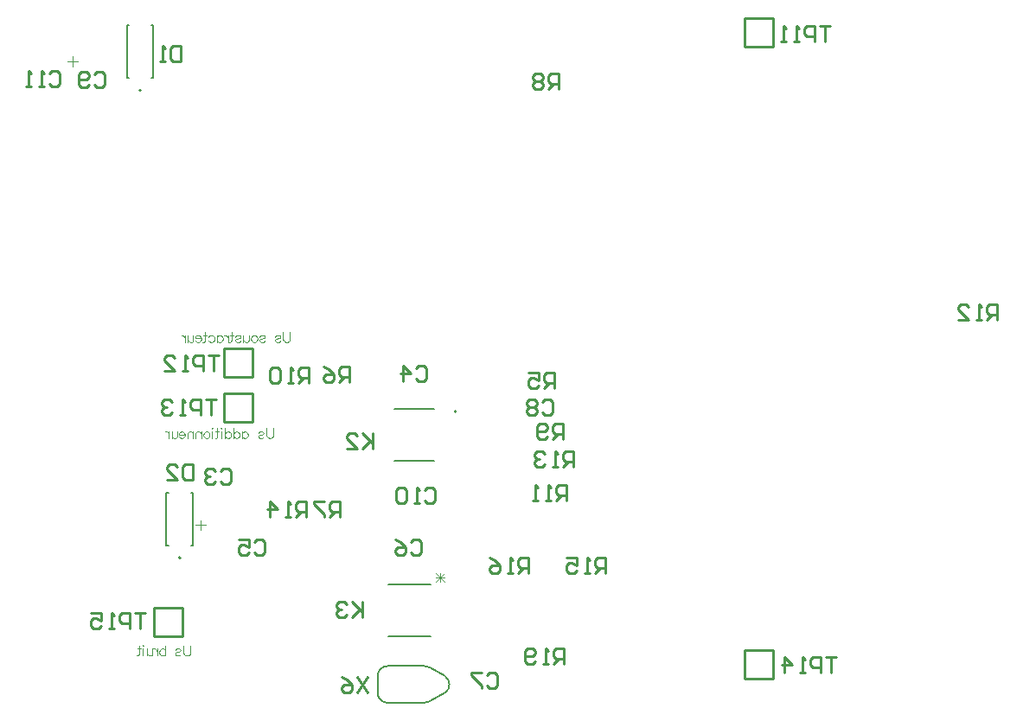
<source format=gbr>
G04*
G04 #@! TF.GenerationSoftware,Altium Limited,Altium Designer,24.1.2 (44)*
G04*
G04 Layer_Color=10151133*
%FSLAX44Y44*%
%MOMM*%
G71*
G04*
G04 #@! TF.SameCoordinates,C4B2C0E0-4E9B-487C-9046-04FF2B3DFFC7*
G04*
G04*
G04 #@! TF.FilePolarity,Positive*
G04*
G01*
G75*
%ADD10C,0.2000*%
%ADD11C,0.1270*%
%ADD13C,0.1000*%
%ADD15C,0.2500*%
%ADD18C,0.2540*%
%ADD66C,0.1524*%
%ADD67C,0.0762*%
D10*
X288500Y652000D02*
G03*
X288500Y652000I-1000J0D01*
G01*
X327250Y194000D02*
G03*
X327250Y194000I-1000J0D01*
G01*
X597088Y337291D02*
G03*
X597088Y337291I-1000J0D01*
G01*
X530000Y88000D02*
G03*
X520000Y78000I0J-10000D01*
G01*
X566000Y52000D02*
G03*
X571300Y53520I0J10000D01*
G01*
Y86480D02*
G03*
X566000Y88000I-5300J-8480D01*
G01*
X586113Y61837D02*
G03*
X586111Y78160I-5671J8161D01*
G01*
X520000Y62000D02*
G03*
X530000Y52000I10000J0D01*
G01*
X571300Y53520D02*
X586111Y61840D01*
X530000Y88000D02*
X566000D01*
X571300Y86480D02*
X586111Y78160D01*
X530000Y52000D02*
X566000Y52000D01*
X520000Y62000D02*
Y78000D01*
D11*
X298450Y715975D02*
X300525D01*
X274475D02*
X276550D01*
X298450Y664025D02*
X300525D01*
X274475D02*
X276550D01*
X300525D02*
Y715975D01*
X274475Y664025D02*
Y715975D01*
X337200Y257975D02*
X339275D01*
X313225D02*
X315300D01*
X337200Y206025D02*
X339275D01*
X313225D02*
X315300D01*
X339275D02*
Y257975D01*
X313225Y206025D02*
Y257975D01*
X536188Y288992D02*
X575188D01*
X536188Y339492D02*
X575188D01*
D13*
X221750Y675250D02*
Y685250D01*
X216750Y680250D02*
X226750D01*
X346500Y221000D02*
Y231000D01*
X341500Y226000D02*
X351500D01*
X336750Y108248D02*
Y101107D01*
X336274Y99678D01*
X335322Y98726D01*
X333893Y98250D01*
X332941D01*
X331513Y98726D01*
X330561Y99678D01*
X330085Y101107D01*
Y108248D01*
X322086Y103487D02*
X322562Y104439D01*
X323991Y104915D01*
X325419D01*
X326847Y104439D01*
X327323Y103487D01*
X326847Y102535D01*
X325895Y102059D01*
X323515Y101583D01*
X322562Y101107D01*
X322086Y100154D01*
Y99678D01*
X322562Y98726D01*
X323991Y98250D01*
X325419D01*
X326847Y98726D01*
X327323Y99678D01*
X312136Y108248D02*
Y98250D01*
Y103487D02*
X311184Y104439D01*
X310232Y104915D01*
X308804D01*
X307851Y104439D01*
X306899Y103487D01*
X306423Y102059D01*
Y101107D01*
X306899Y99678D01*
X307851Y98726D01*
X308804Y98250D01*
X310232D01*
X311184Y98726D01*
X312136Y99678D01*
X304281Y104915D02*
Y98250D01*
Y102059D02*
X303805Y103487D01*
X302852Y104439D01*
X301900Y104915D01*
X300472D01*
X299568D02*
Y100154D01*
X299091Y98726D01*
X298139Y98250D01*
X296711D01*
X295759Y98726D01*
X294331Y100154D01*
Y104915D02*
Y98250D01*
X290760Y108248D02*
X290284Y107772D01*
X289808Y108248D01*
X290284Y108724D01*
X290760Y108248D01*
X290284Y104915D02*
Y98250D01*
X286618Y108248D02*
Y100154D01*
X286142Y98726D01*
X285190Y98250D01*
X284237D01*
X288046Y104915D02*
X284713D01*
X418000Y320998D02*
Y313857D01*
X417524Y312428D01*
X416572Y311476D01*
X415144Y311000D01*
X414191D01*
X412763Y311476D01*
X411811Y312428D01*
X411335Y313857D01*
Y320998D01*
X403336Y316237D02*
X403813Y317189D01*
X405241Y317665D01*
X406669D01*
X408097Y317189D01*
X408573Y316237D01*
X408097Y315285D01*
X407145Y314809D01*
X404765Y314333D01*
X403813Y313857D01*
X403336Y312904D01*
Y312428D01*
X403813Y311476D01*
X405241Y311000D01*
X406669D01*
X408097Y311476D01*
X408573Y312428D01*
X387673Y317665D02*
Y311000D01*
Y316237D02*
X388625Y317189D01*
X389577Y317665D01*
X391006D01*
X391958Y317189D01*
X392910Y316237D01*
X393386Y314809D01*
Y313857D01*
X392910Y312428D01*
X391958Y311476D01*
X391006Y311000D01*
X389577D01*
X388625Y311476D01*
X387673Y312428D01*
X379294Y320998D02*
Y311000D01*
Y316237D02*
X380246Y317189D01*
X381198Y317665D01*
X382627D01*
X383579Y317189D01*
X384531Y316237D01*
X385007Y314809D01*
Y313857D01*
X384531Y312428D01*
X383579Y311476D01*
X382627Y311000D01*
X381198D01*
X380246Y311476D01*
X379294Y312428D01*
X370915Y320998D02*
Y311000D01*
Y316237D02*
X371867Y317189D01*
X372819Y317665D01*
X374248D01*
X375200Y317189D01*
X376152Y316237D01*
X376628Y314809D01*
Y313857D01*
X376152Y312428D01*
X375200Y311476D01*
X374248Y311000D01*
X372819D01*
X371867Y311476D01*
X370915Y312428D01*
X367297Y320998D02*
X366820Y320522D01*
X366344Y320998D01*
X366820Y321474D01*
X367297Y320998D01*
X366820Y317665D02*
Y311000D01*
X363155Y320998D02*
Y312904D01*
X362678Y311476D01*
X361726Y311000D01*
X360774D01*
X364583Y317665D02*
X361250D01*
X358394Y320998D02*
X357918Y320522D01*
X357442Y320998D01*
X357918Y321474D01*
X358394Y320998D01*
X357918Y317665D02*
Y311000D01*
X353300Y317665D02*
X354252Y317189D01*
X355204Y316237D01*
X355680Y314809D01*
Y313857D01*
X355204Y312428D01*
X354252Y311476D01*
X353300Y311000D01*
X351871D01*
X350919Y311476D01*
X349967Y312428D01*
X349491Y313857D01*
Y314809D01*
X349967Y316237D01*
X350919Y317189D01*
X351871Y317665D01*
X353300D01*
X347301D02*
Y311000D01*
Y315761D02*
X345873Y317189D01*
X344920Y317665D01*
X343492D01*
X342540Y317189D01*
X342064Y315761D01*
Y311000D01*
X339445Y317665D02*
Y311000D01*
Y315761D02*
X338017Y317189D01*
X337065Y317665D01*
X335637D01*
X334684Y317189D01*
X334208Y315761D01*
Y311000D01*
X331590Y314809D02*
X325877D01*
Y315761D01*
X326353Y316713D01*
X326829Y317189D01*
X327781Y317665D01*
X329210D01*
X330162Y317189D01*
X331114Y316237D01*
X331590Y314809D01*
Y313857D01*
X331114Y312428D01*
X330162Y311476D01*
X329210Y311000D01*
X327781D01*
X326829Y311476D01*
X325877Y312428D01*
X323735Y317665D02*
Y312904D01*
X323258Y311476D01*
X322306Y311000D01*
X320878D01*
X319926Y311476D01*
X318498Y312904D01*
Y317665D02*
Y311000D01*
X315879Y317665D02*
Y311000D01*
Y314809D02*
X315403Y316237D01*
X314451Y317189D01*
X313499Y317665D01*
X312070D01*
X434250Y415248D02*
Y408106D01*
X433774Y406678D01*
X432822Y405726D01*
X431394Y405250D01*
X430441D01*
X429013Y405726D01*
X428061Y406678D01*
X427585Y408106D01*
Y415248D01*
X419586Y410487D02*
X420063Y411439D01*
X421491Y411915D01*
X422919D01*
X424347Y411439D01*
X424823Y410487D01*
X424347Y409535D01*
X423395Y409059D01*
X421015Y408583D01*
X420063Y408106D01*
X419586Y407154D01*
Y406678D01*
X420063Y405726D01*
X421491Y405250D01*
X422919D01*
X424347Y405726D01*
X424823Y406678D01*
X404399Y410487D02*
X404875Y411439D01*
X406304Y411915D01*
X407732D01*
X409160Y411439D01*
X409636Y410487D01*
X409160Y409535D01*
X408208Y409059D01*
X405827Y408583D01*
X404875Y408106D01*
X404399Y407154D01*
Y406678D01*
X404875Y405726D01*
X406304Y405250D01*
X407732D01*
X409160Y405726D01*
X409636Y406678D01*
X399924Y411915D02*
X400876Y411439D01*
X401828Y410487D01*
X402304Y409059D01*
Y408106D01*
X401828Y406678D01*
X400876Y405726D01*
X399924Y405250D01*
X398496D01*
X397544Y405726D01*
X396591Y406678D01*
X396115Y408106D01*
Y409059D01*
X396591Y410487D01*
X397544Y411439D01*
X398496Y411915D01*
X399924D01*
X393925D02*
Y407154D01*
X393449Y405726D01*
X392497Y405250D01*
X391069D01*
X390117Y405726D01*
X388688Y407154D01*
Y411915D02*
Y405250D01*
X380833Y410487D02*
X381309Y411439D01*
X382737Y411915D01*
X384165D01*
X385594Y411439D01*
X386070Y410487D01*
X385594Y409535D01*
X384642Y409059D01*
X382261Y408583D01*
X381309Y408106D01*
X380833Y407154D01*
Y406678D01*
X381309Y405726D01*
X382737Y405250D01*
X384165D01*
X385594Y405726D01*
X386070Y406678D01*
X377310Y415248D02*
Y407154D01*
X376834Y405726D01*
X375882Y405250D01*
X374929D01*
X378738Y411915D02*
X375406D01*
X373501D02*
Y405250D01*
Y409059D02*
X373025Y410487D01*
X372073Y411439D01*
X371121Y411915D01*
X369692D01*
X363075D02*
Y405250D01*
Y410487D02*
X364027Y411439D01*
X364979Y411915D01*
X366407D01*
X367360Y411439D01*
X368312Y410487D01*
X368788Y409059D01*
Y408106D01*
X368312Y406678D01*
X367360Y405726D01*
X366407Y405250D01*
X364979D01*
X364027Y405726D01*
X363075Y406678D01*
X354696Y410487D02*
X355648Y411439D01*
X356600Y411915D01*
X358028D01*
X358980Y411439D01*
X359933Y410487D01*
X360409Y409059D01*
Y408106D01*
X359933Y406678D01*
X358980Y405726D01*
X358028Y405250D01*
X356600D01*
X355648Y405726D01*
X354696Y406678D01*
X351125Y415248D02*
Y407154D01*
X350649Y405726D01*
X349697Y405250D01*
X348745D01*
X352553Y411915D02*
X349221D01*
X347316Y409059D02*
X341603D01*
Y410011D01*
X342079Y410963D01*
X342555Y411439D01*
X343508Y411915D01*
X344936D01*
X345888Y411439D01*
X346840Y410487D01*
X347316Y409059D01*
Y408106D01*
X346840Y406678D01*
X345888Y405726D01*
X344936Y405250D01*
X343508D01*
X342555Y405726D01*
X341603Y406678D01*
X339461Y411915D02*
Y407154D01*
X338985Y405726D01*
X338032Y405250D01*
X336604D01*
X335652Y405726D01*
X334224Y407154D01*
Y411915D02*
Y405250D01*
X331605Y411915D02*
Y405250D01*
Y409059D02*
X331129Y410487D01*
X330177Y411439D01*
X329225Y411915D01*
X327797D01*
D15*
X907225Y77475D02*
Y103475D01*
X879225D02*
X907225D01*
X879225Y75475D02*
Y103475D01*
Y75475D02*
X907225D01*
Y78475D01*
X328750Y117000D02*
Y120000D01*
X300750Y117000D02*
X328750D01*
X300750D02*
Y145000D01*
X328750D01*
Y119000D02*
Y145000D01*
X397500Y327000D02*
Y330000D01*
X369500Y327000D02*
X397500D01*
X369500D02*
Y355000D01*
X397500D01*
Y329000D02*
Y355000D01*
Y371000D02*
Y374000D01*
X369500Y371000D02*
X397500D01*
X369500D02*
Y399000D01*
X397500D01*
Y373000D02*
Y399000D01*
X904500Y722275D02*
X907500D01*
Y694275D02*
Y722275D01*
X879500Y694275D02*
X907500D01*
X879500D02*
Y722275D01*
X905500D01*
D18*
X969411Y97093D02*
X959255D01*
X964333D01*
Y81858D01*
X954176D02*
Y97093D01*
X946559D01*
X944020Y94553D01*
Y89475D01*
X946559Y86936D01*
X954176D01*
X938941Y81858D02*
X933863D01*
X936402D01*
Y97093D01*
X938941Y94553D01*
X918628Y81858D02*
Y97093D01*
X926245Y89475D01*
X916089D01*
X292911Y139605D02*
X282755D01*
X287833D01*
Y124370D01*
X277676D02*
Y139605D01*
X270059D01*
X267520Y137066D01*
Y131987D01*
X270059Y129448D01*
X277676D01*
X262441Y124370D02*
X257363D01*
X259902D01*
Y139605D01*
X262441Y137066D01*
X239589Y139605D02*
X249745D01*
Y131987D01*
X244667Y134527D01*
X242128D01*
X239589Y131987D01*
Y126909D01*
X242128Y124370D01*
X247206D01*
X249745Y126909D01*
X362411Y348867D02*
X352255D01*
X357333D01*
Y333633D01*
X347176D02*
Y348867D01*
X339559D01*
X337020Y346328D01*
Y341250D01*
X339559Y338711D01*
X347176D01*
X331941Y333633D02*
X326863D01*
X329402D01*
Y348867D01*
X331941Y346328D01*
X319245D02*
X316706Y348867D01*
X311628D01*
X309089Y346328D01*
Y343789D01*
X311628Y341250D01*
X314167D01*
X311628D01*
X309089Y338711D01*
Y336172D01*
X311628Y333633D01*
X316706D01*
X319245Y336172D01*
X364411Y392617D02*
X354255D01*
X359333D01*
Y377383D01*
X349176D02*
Y392617D01*
X341559D01*
X339020Y390078D01*
Y385000D01*
X341559Y382461D01*
X349176D01*
X333941Y377383D02*
X328863D01*
X331402D01*
Y392617D01*
X333941Y390078D01*
X311089Y377383D02*
X321245D01*
X311089Y387539D01*
Y390078D01*
X313628Y392617D01*
X318706D01*
X321245Y390078D01*
X962872Y715117D02*
X952715D01*
X957794D01*
Y699883D01*
X947637D02*
Y715117D01*
X940020D01*
X937480Y712578D01*
Y707500D01*
X940020Y704961D01*
X947637D01*
X932402Y699883D02*
X927324D01*
X929863D01*
Y715117D01*
X932402Y712578D01*
X919706Y699883D02*
X914628D01*
X917167D01*
Y715117D01*
X919706Y712578D01*
X681289Y346345D02*
X683828Y348884D01*
X688907D01*
X691446Y346345D01*
Y336188D01*
X688907Y333649D01*
X683828D01*
X681289Y336188D01*
X676211Y346345D02*
X673672Y348884D01*
X668593D01*
X666054Y346345D01*
Y343806D01*
X668593Y341267D01*
X666054Y338727D01*
Y336188D01*
X668593Y333649D01*
X673672D01*
X676211Y336188D01*
Y338727D01*
X673672Y341267D01*
X676211Y343806D01*
Y346345D01*
X673672Y341267D02*
X668593D01*
X338946Y285368D02*
Y270133D01*
X331328D01*
X328789Y272672D01*
Y282828D01*
X331328Y285368D01*
X338946D01*
X313554Y270133D02*
X323711D01*
X313554Y280289D01*
Y282828D01*
X316093Y285368D01*
X321172D01*
X323711Y282828D01*
X327657Y695117D02*
Y679883D01*
X320039D01*
X317500Y682422D01*
Y692578D01*
X320039Y695117D01*
X327657D01*
X312422Y679883D02*
X307343D01*
X309882D01*
Y695117D01*
X312422Y692578D01*
X510196Y77618D02*
X500039Y62382D01*
Y77618D02*
X510196Y62382D01*
X484804Y77618D02*
X489883Y75078D01*
X494961Y70000D01*
Y64922D01*
X492422Y62382D01*
X487343D01*
X484804Y64922D01*
Y67461D01*
X487343Y70000D01*
X494961D01*
X702294Y89882D02*
Y105118D01*
X694676D01*
X692137Y102578D01*
Y97500D01*
X694676Y94961D01*
X702294D01*
X697215D02*
X692137Y89882D01*
X687059D02*
X681980D01*
X684520D01*
Y105118D01*
X687059Y102578D01*
X674363Y92422D02*
X671824Y89882D01*
X666745D01*
X664206Y92422D01*
Y102578D01*
X666745Y105118D01*
X671824D01*
X674363Y102578D01*
Y100039D01*
X671824Y97500D01*
X664206D01*
X399289Y209828D02*
X401828Y212367D01*
X406907D01*
X409446Y209828D01*
Y199672D01*
X406907Y197132D01*
X401828D01*
X399289Y199672D01*
X384054Y212367D02*
X394211D01*
Y204750D01*
X389132Y207289D01*
X386593D01*
X384054Y204750D01*
Y199672D01*
X386593Y197132D01*
X391672D01*
X394211Y199672D01*
X366289Y278578D02*
X368828Y281117D01*
X373907D01*
X376446Y278578D01*
Y268422D01*
X373907Y265882D01*
X368828D01*
X366289Y268422D01*
X361211Y278578D02*
X358672Y281117D01*
X353593D01*
X351054Y278578D01*
Y276039D01*
X353593Y273500D01*
X356133D01*
X353593D01*
X351054Y270961D01*
Y268422D01*
X353593Y265882D01*
X358672D01*
X361211Y268422D01*
X667544Y178883D02*
Y194118D01*
X659926D01*
X657387Y191578D01*
Y186500D01*
X659926Y183961D01*
X667544D01*
X662466D02*
X657387Y178883D01*
X652309D02*
X647230D01*
X649770D01*
Y194118D01*
X652309Y191578D01*
X629456Y194118D02*
X634534Y191578D01*
X639613Y186500D01*
Y181422D01*
X637074Y178883D01*
X631995D01*
X629456Y181422D01*
Y183961D01*
X631995Y186500D01*
X639613D01*
X742794Y179132D02*
Y194368D01*
X735176D01*
X732637Y191828D01*
Y186750D01*
X735176Y184211D01*
X742794D01*
X737716D02*
X732637Y179132D01*
X727559D02*
X722480D01*
X725020D01*
Y194368D01*
X727559Y191828D01*
X704706Y194368D02*
X714863D01*
Y186750D01*
X709784Y189289D01*
X707245D01*
X704706Y186750D01*
Y181672D01*
X707245Y179132D01*
X712324D01*
X714863Y181672D01*
X449794Y234132D02*
Y249368D01*
X442176D01*
X439637Y246828D01*
Y241750D01*
X442176Y239211D01*
X449794D01*
X444715D02*
X439637Y234132D01*
X434559D02*
X429480D01*
X432020D01*
Y249368D01*
X434559Y246828D01*
X414245Y234132D02*
Y249368D01*
X421863Y241750D01*
X411706D01*
X711544Y283132D02*
Y298368D01*
X703926D01*
X701387Y295828D01*
Y290750D01*
X703926Y288211D01*
X711544D01*
X706466D02*
X701387Y283132D01*
X696309D02*
X691230D01*
X693770D01*
Y298368D01*
X696309Y295828D01*
X683613D02*
X681074Y298368D01*
X675995D01*
X673456Y295828D01*
Y293289D01*
X675995Y290750D01*
X678534D01*
X675995D01*
X673456Y288211D01*
Y285672D01*
X675995Y283132D01*
X681074D01*
X683613Y285672D01*
X1126794Y426883D02*
Y442118D01*
X1119176D01*
X1116637Y439578D01*
Y434500D01*
X1119176Y431961D01*
X1126794D01*
X1121715D02*
X1116637Y426883D01*
X1111559D02*
X1106480D01*
X1109020D01*
Y442118D01*
X1111559Y439578D01*
X1088706Y426883D02*
X1098863D01*
X1088706Y437039D01*
Y439578D01*
X1091245Y442118D01*
X1096324D01*
X1098863Y439578D01*
X704815Y250382D02*
Y265618D01*
X697198D01*
X694659Y263078D01*
Y258000D01*
X697198Y255461D01*
X704815D01*
X699737D02*
X694659Y250382D01*
X689580D02*
X684502D01*
X687041D01*
Y265618D01*
X689580Y263078D01*
X676884Y250382D02*
X671806D01*
X674345D01*
Y265618D01*
X676884Y263078D01*
X452794Y365382D02*
Y380617D01*
X445176D01*
X442637Y378078D01*
Y373000D01*
X445176Y370461D01*
X452794D01*
X447715D02*
X442637Y365382D01*
X437559D02*
X432480D01*
X435020D01*
Y380617D01*
X437559Y378078D01*
X424863D02*
X422324Y380617D01*
X417245D01*
X414706Y378078D01*
Y367922D01*
X417245Y365382D01*
X422324D01*
X424863Y367922D01*
Y378078D01*
X701196Y309883D02*
Y325117D01*
X693578D01*
X691039Y322578D01*
Y317500D01*
X693578Y314961D01*
X701196D01*
X696117D02*
X691039Y309883D01*
X685961Y312422D02*
X683422Y309883D01*
X678343D01*
X675804Y312422D01*
Y322578D01*
X678343Y325117D01*
X683422D01*
X685961Y322578D01*
Y320039D01*
X683422Y317500D01*
X675804D01*
X696946Y652883D02*
Y668118D01*
X689328D01*
X686789Y665578D01*
Y660500D01*
X689328Y657961D01*
X696946D01*
X691868D02*
X686789Y652883D01*
X681711Y665578D02*
X679172Y668118D01*
X674093D01*
X671554Y665578D01*
Y663039D01*
X674093Y660500D01*
X671554Y657961D01*
Y655422D01*
X674093Y652883D01*
X679172D01*
X681711Y655422D01*
Y657961D01*
X679172Y660500D01*
X681711Y663039D01*
Y665578D01*
X679172Y660500D02*
X674093D01*
X483196Y234132D02*
Y249368D01*
X475578D01*
X473039Y246828D01*
Y241750D01*
X475578Y239211D01*
X483196D01*
X478117D02*
X473039Y234132D01*
X467961Y249368D02*
X457804D01*
Y246828D01*
X467961Y236672D01*
Y234132D01*
X492696Y366133D02*
Y381367D01*
X485078D01*
X482539Y378828D01*
Y373750D01*
X485078Y371211D01*
X492696D01*
X487617D02*
X482539Y366133D01*
X467304Y381367D02*
X472383Y378828D01*
X477461Y373750D01*
Y368672D01*
X474922Y366133D01*
X469843D01*
X467304Y368672D01*
Y371211D01*
X469843Y373750D01*
X477461D01*
X693196Y360382D02*
Y375617D01*
X685578D01*
X683039Y373078D01*
Y368000D01*
X685578Y365461D01*
X693196D01*
X688118D02*
X683039Y360382D01*
X667804Y375617D02*
X677961D01*
Y368000D01*
X672883Y370539D01*
X670343D01*
X667804Y368000D01*
Y362922D01*
X670343Y360382D01*
X675422D01*
X677961Y362922D01*
X504946Y151117D02*
Y135883D01*
Y140961D01*
X494789Y151117D01*
X502407Y143500D01*
X494789Y135883D01*
X489711Y148578D02*
X487172Y151117D01*
X482093D01*
X479554Y148578D01*
Y146039D01*
X482093Y143500D01*
X484632D01*
X482093D01*
X479554Y140961D01*
Y138422D01*
X482093Y135883D01*
X487172D01*
X489711Y138422D01*
X514946Y316117D02*
Y300882D01*
Y305961D01*
X504789Y316117D01*
X512407Y308500D01*
X504789Y300882D01*
X489554D02*
X499711D01*
X489554Y311039D01*
Y313578D01*
X492093Y316117D01*
X497172D01*
X499711Y313578D01*
X627289Y79328D02*
X629828Y81868D01*
X634907D01*
X637446Y79328D01*
Y69172D01*
X634907Y66632D01*
X629828D01*
X627289Y69172D01*
X622211Y81868D02*
X612054D01*
Y79328D01*
X622211Y69172D01*
Y66632D01*
X552789Y209828D02*
X555328Y212367D01*
X560407D01*
X562946Y209828D01*
Y199672D01*
X560407Y197132D01*
X555328D01*
X552789Y199672D01*
X537554Y212367D02*
X542632Y209828D01*
X547711Y204750D01*
Y199672D01*
X545172Y197132D01*
X540093D01*
X537554Y199672D01*
Y202211D01*
X540093Y204750D01*
X547711D01*
X557289Y379578D02*
X559828Y382118D01*
X564907D01*
X567446Y379578D01*
Y369422D01*
X564907Y366883D01*
X559828D01*
X557289Y369422D01*
X544593Y366883D02*
Y382118D01*
X552211Y374500D01*
X542054D01*
X565887Y260078D02*
X568426Y262617D01*
X573505D01*
X576044Y260078D01*
Y249922D01*
X573505Y247383D01*
X568426D01*
X565887Y249922D01*
X560809Y247383D02*
X555730D01*
X558270D01*
Y262617D01*
X560809Y260078D01*
X548113D02*
X545574Y262617D01*
X540495D01*
X537956Y260078D01*
Y249922D01*
X540495Y247383D01*
X545574D01*
X548113Y249922D01*
Y260078D01*
X198348Y668578D02*
X200887Y671117D01*
X205965D01*
X208505Y668578D01*
Y658422D01*
X205965Y655882D01*
X200887D01*
X198348Y658422D01*
X193270Y655882D02*
X188191D01*
X190730D01*
Y671117D01*
X193270Y668578D01*
X180574Y655882D02*
X175495D01*
X178034D01*
Y671117D01*
X180574Y668578D01*
X243039Y667328D02*
X245578Y669867D01*
X250657D01*
X253196Y667328D01*
Y657172D01*
X250657Y654632D01*
X245578D01*
X243039Y657172D01*
X237961D02*
X235422Y654632D01*
X230343D01*
X227804Y657172D01*
Y667328D01*
X230343Y669867D01*
X235422D01*
X237961Y667328D01*
Y664789D01*
X235422Y662250D01*
X227804D01*
D66*
X530442Y168321D02*
X572098D01*
X530442Y116759D02*
X572098D01*
D67*
X585540Y179080D02*
X577076Y170616D01*
X585540D02*
X577076Y179080D01*
X585540Y174848D02*
X577076D01*
X581308Y170616D02*
Y179080D01*
M02*

</source>
